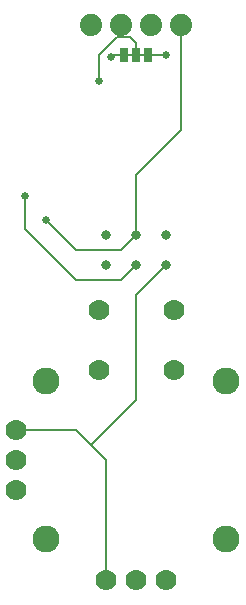
<source format=gbl>
G75*
%MOIN*%
%OFA0B0*%
%FSLAX25Y25*%
%IPPOS*%
%LPD*%
%AMOC8*
5,1,8,0,0,1.08239X$1,22.5*
%
%ADD10C,0.07400*%
%ADD11C,0.03200*%
%ADD12R,0.02500X0.05000*%
%ADD13R,0.01600X0.01000*%
%ADD14C,0.09000*%
%ADD15C,0.07000*%
%ADD16C,0.00600*%
%ADD17C,0.02578*%
D10*
X0168333Y0323933D03*
X0178333Y0323933D03*
X0188333Y0323933D03*
X0198333Y0323933D03*
D11*
X0193333Y0253933D03*
X0183333Y0253933D03*
X0173333Y0253933D03*
X0173333Y0243933D03*
X0183333Y0243933D03*
X0193333Y0243933D03*
D12*
X0187333Y0313933D03*
X0183333Y0313933D03*
X0179333Y0313933D03*
D13*
X0181333Y0313933D03*
X0185333Y0313933D03*
D14*
X0153333Y0152683D03*
X0153333Y0205183D03*
X0213333Y0205183D03*
X0213333Y0152683D03*
D15*
X0193333Y0138933D03*
X0183333Y0138933D03*
X0173333Y0138933D03*
X0143333Y0168933D03*
X0143333Y0178933D03*
X0143333Y0188933D03*
X0170833Y0208933D03*
X0170833Y0228933D03*
X0195833Y0228933D03*
X0195833Y0208933D03*
D16*
X0183333Y0198933D02*
X0183333Y0233933D01*
X0193333Y0243933D01*
X0183333Y0243933D02*
X0178333Y0238933D01*
X0163333Y0238933D01*
X0146333Y0255933D01*
X0146333Y0266933D01*
X0153333Y0258933D02*
X0163333Y0248933D01*
X0178333Y0248933D01*
X0183333Y0253933D01*
X0183333Y0273933D01*
X0198333Y0288933D01*
X0198333Y0323933D01*
X0193333Y0313933D02*
X0187333Y0313933D01*
X0183333Y0313933D02*
X0183333Y0317933D01*
X0181333Y0319933D01*
X0178333Y0319933D01*
X0178333Y0323933D01*
X0178333Y0319933D02*
X0176833Y0319933D01*
X0170833Y0313933D01*
X0170833Y0305433D01*
X0175022Y0313244D02*
X0175711Y0313933D01*
X0179333Y0313933D01*
X0183333Y0198933D02*
X0168333Y0183933D01*
X0173333Y0178933D01*
X0173333Y0138933D01*
X0168333Y0183933D02*
X0163333Y0188933D01*
X0143333Y0188933D01*
D17*
X0153333Y0258933D03*
X0146333Y0266933D03*
X0170833Y0305433D03*
X0175022Y0313244D03*
X0193333Y0313933D03*
M02*

</source>
